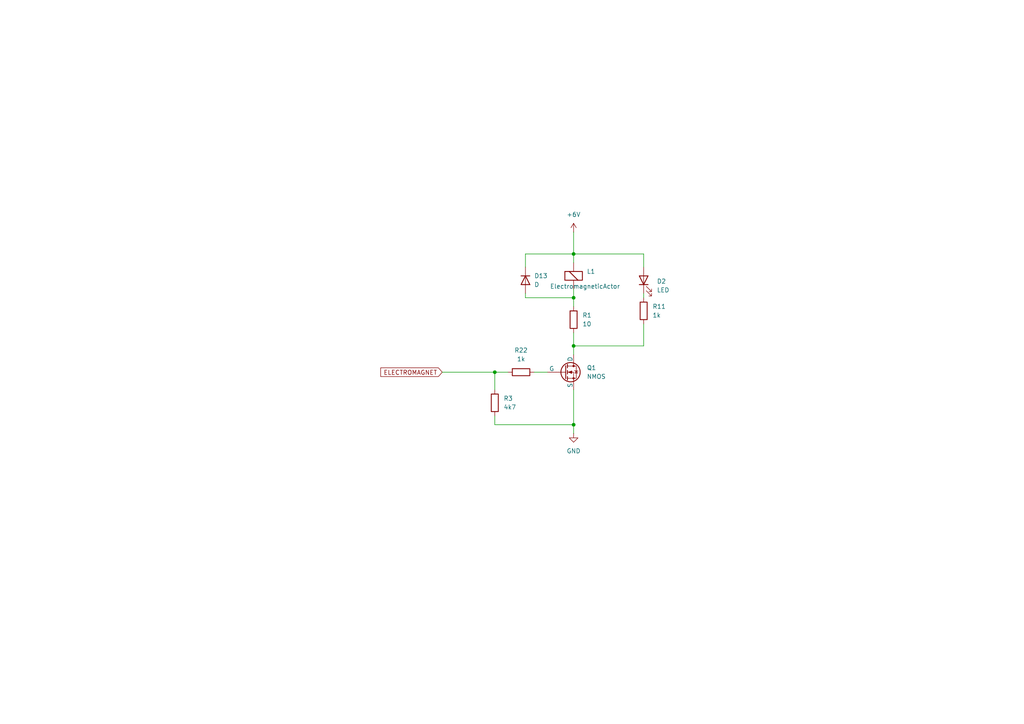
<source format=kicad_sch>
(kicad_sch (version 20231120) (generator "eeschema") (generator_version "8.0")
  (paper "A4")
  (title_block (title "On-board Controller") (date "2024-07-16") (rev "1"))
  (lib_symbols
    (symbol "Device:D" (pin_numbers hide) (pin_names (offset 1.016) hide)
      (property "Reference" "D" (at 0 2.54 0))
      (property "Value" "D" (at 0 -2.54 0))
      (symbol "D_0_1"
        (polyline (pts (xy -1.27 1.27) (xy -1.27 -1.27)) (stroke (width 0.254)))
        (polyline (pts (xy 1.27 0) (xy -1.27 0)))
        (polyline (pts (xy 1.27 1.27) (xy 1.27 -1.27) (xy -1.27 0) (xy 1.27 1.27)) (stroke (width 0.254)))
      )
      (symbol "D_1_1"
        (pin passive line (at -3.81 0 0) (length 2.54) (name "K") (number "1"))
        (pin passive line (at 3.81 0 180) (length 2.54) (name "A") (number "2"))
      )
    )
    (symbol "Device:ElectromagneticActor" (pin_numbers hide) (pin_names (offset 0.0254) hide)
      (property "Reference" "L" (at 1.27 3.81 0))
      (property "Value" "ElectromagneticActor" (at 1.27 -1.27 0))
      (symbol "ElectromagneticActor_0_1"
        (rectangle (start -2.54 2.54) (end 2.54 0) (stroke (width 0.254)))
        (polyline (pts (xy -1.27 2.54) (xy 1.27 0)) (stroke (width 0.254)))
      )
      (symbol "ElectromagneticActor_1_1"
        (pin passive line (at 0 5.08 270) (length 2.54) (name "-") (number "1"))
        (pin passive line (at 0 -2.54 90) (length 2.54) (name "+") (number "2"))
      )
    )
    (symbol "Device:LED" (pin_numbers hide) (pin_names (offset 1.016) hide)
      (property "Reference" "D" (at 0 2.54 0))
      (property "Value" "LED" (at 0 -2.54 0))
      (symbol "LED_0_1"
        (polyline (pts (xy -1.27 -1.27) (xy -1.27 1.27)) (stroke (width 0.254)))
        (polyline (pts (xy -1.27 0) (xy 1.27 0)))
        (polyline (pts (xy 1.27 -1.27) (xy 1.27 1.27) (xy -1.27 0) (xy 1.27 -1.27)) (stroke (width 0.254)))
        (polyline (pts (xy -3.048 -0.762) (xy -4.572 -2.286) (xy -3.81 -2.286) (xy -4.572 -2.286) (xy -4.572 -1.524)))
        (polyline (pts (xy -1.778 -0.762) (xy -3.302 -2.286) (xy -2.54 -2.286) (xy -3.302 -2.286) (xy -3.302 -1.524)))
      )
      (symbol "LED_1_1"
        (pin passive line (at -3.81 0 0) (length 2.54) (name "K") (number "1"))
        (pin passive line (at 3.81 0 180) (length 2.54) (name "A") (number "2"))
      )
    )
    (symbol "Device:R" (pin_numbers hide) (pin_names (offset 0))
      (property "Reference" "R" (at 2.032 0 90))
      (property "Value" "R" (at 0 0 90))
      (symbol "R_0_1"
        (rectangle (start -1.016 -2.54) (end 1.016 2.54) (stroke (width 0.254)))
      )
      (symbol "R_1_1"
        (pin passive line (at 0 3.81 270) (length 1.27) (name "~") (number "1"))
        (pin passive line (at 0 -3.81 90) (length 1.27) (name "~") (number "2"))
      )
    )
    (symbol "Simulation_SPICE:NMOS" (pin_numbers hide) (pin_names (offset 0))
      (property "Reference" "Q" (at 5.08 1.27 0))
      (property "Value" "NMOS" (at 5.08 -1.27 0))
      (symbol "NMOS_0_1"
        (polyline (pts (xy 0.254 0) (xy -2.54 0)))
        (polyline (pts (xy 0.254 1.905) (xy 0.254 -1.905)) (stroke (width 0.254)))
        (polyline (pts (xy 0.762 -1.27) (xy 0.762 -2.286)) (stroke (width 0.254)))
        (polyline (pts (xy 0.762 0.508) (xy 0.762 -0.508)) (stroke (width 0.254)))
        (polyline (pts (xy 0.762 2.286) (xy 0.762 1.27)) (stroke (width 0.254)))
        (polyline (pts (xy 2.54 2.54) (xy 2.54 1.778)))
        (polyline (pts (xy 2.54 -2.54) (xy 2.54 0) (xy 0.762 0)))
        (polyline (pts (xy 0.762 -1.778) (xy 3.302 -1.778) (xy 3.302 1.778) (xy 0.762 1.778)))
        (polyline (pts (xy 1.016 0) (xy 2.032 0.381) (xy 2.032 -0.381) (xy 1.016 0)) (fill (type outline)))
        (polyline (pts (xy 2.794 0.508) (xy 2.921 0.381) (xy 3.683 0.381) (xy 3.81 0.254)))
        (polyline (pts (xy 3.302 0.381) (xy 2.921 -0.254) (xy 3.683 -0.254) (xy 3.302 0.381)))
        (circle (center 1.651 0) (radius 2.794) (stroke (width 0.254)))
        (circle (center 2.54 -1.778) (radius 0.254) (fill (type outline)))
        (circle (center 2.54 1.778) (radius 0.254) (fill (type outline)))
      )
      (symbol "NMOS_1_1"
        (pin passive line (at 2.54 5.08 270) (length 2.54) (name "D") (number "1"))
        (pin input line (at -5.08 0 0) (length 2.54) (name "G") (number "2"))
        (pin passive line (at 2.54 -5.08 90) (length 2.54) (name "S") (number "3"))
      )
    )
    (symbol "power:+6V" (power) (pin_numbers hide) (pin_names (offset 0) hide)
      (property "Value" "+6V" (at 0 3.556 0))
      (symbol "+6V_0_1"
        (polyline (pts (xy -0.762 1.27) (xy 0 2.54)))
        (polyline (pts (xy 0 0) (xy 0 2.54)))
        (polyline (pts (xy 0 2.54) (xy 0.762 1.27)))
      )
      (symbol "+6V_1_1"
        (pin power_in line (at 0 0 90) (length 0) (name "~") (number "1"))
      )
    )
    (symbol "power:GND" (power) (pin_numbers hide) (pin_names (offset 0) hide)
      (property "Value" "GND" (at 0 -3.81 0))
      (symbol "GND_0_1"
        (polyline (pts (xy 0 0) (xy 0 -1.27) (xy 1.27 -1.27) (xy 0 -2.54) (xy -1.27 -1.27) (xy 0 -1.27)))
      )
      (symbol "GND_1_1"
        (pin power_in line (at 0 0 270) (length 0) (name "~") (number "1"))
      )
    )
  )
  (junction (at 143.51 107.95))
  (junction (at 166.37 123.19))
  (junction (at 166.37 86.36))
  (junction (at 166.37 73.66))
  (junction (at 166.37 100.33))
  (wire (pts (xy 186.69 85.09) (xy 186.69 86.36)))
  (wire (pts (xy 128.27 107.95) (xy 143.51 107.95)))
  (wire (pts (xy 143.51 120.65) (xy 143.51 123.19)))
  (wire (pts (xy 166.37 67.31) (xy 166.37 73.66)))
  (wire (pts (xy 154.94 107.95) (xy 158.75 107.95)))
  (wire (pts (xy 152.4 73.66) (xy 166.37 73.66)))
  (wire (pts (xy 186.69 73.66) (xy 186.69 77.47)))
  (wire (pts (xy 143.51 107.95) (xy 147.32 107.95)))
  (wire (pts (xy 166.37 86.36) (xy 166.37 88.9)))
  (wire (pts (xy 152.4 77.47) (xy 152.4 73.66)))
  (wire (pts (xy 166.37 83.82) (xy 166.37 86.36)))
  (wire (pts (xy 143.51 107.95) (xy 143.51 113.03)))
  (wire (pts (xy 186.69 93.98) (xy 186.69 100.33)))
  (wire (pts (xy 166.37 86.36) (xy 152.4 86.36)))
  (wire (pts (xy 166.37 73.66) (xy 166.37 76.2)))
  (wire (pts (xy 166.37 73.66) (xy 186.69 73.66)))
  (wire (pts (xy 166.37 100.33) (xy 186.69 100.33)))
  (wire (pts (xy 152.4 86.36) (xy 152.4 85.09)))
  (wire (pts (xy 166.37 100.33) (xy 166.37 102.87)))
  (wire (pts (xy 166.37 96.52) (xy 166.37 100.33)))
  (wire (pts (xy 143.51 123.19) (xy 166.37 123.19)))
  (wire (pts (xy 166.37 123.19) (xy 166.37 125.73)))
  (wire (pts (xy 166.37 113.03) (xy 166.37 123.19)))
  (global_label "ELECTROMAGNET" (shape input) (at 128.27 107.95 180) (property "Intersheetrefs" "${INTERSHEET_REFS}" (effects (hide yes))))
  (symbol (lib_id "power:GND") (at 166.37 125.73 0) (unit 1)
    (property "Reference" "#PWR018" (effects (hide yes)))
    (property "Value" "GND" (at 166.37 130.81 0))
    (property "Description" "Power symbol creates a global label with name \"GND\" , ground" (effects (hide yes)))
  )
  (symbol (lib_id "Simulation_SPICE:NMOS") (at 163.83 107.95 0) (unit 1)
    (property "Reference" "Q1" (at 170.18 106.6799 0) (effects (justify left)))
    (property "Value" "NMOS" (at 170.18 109.2199 0) (effects (justify left)))
    (property "Footprint" "Package_TO_SOT_THT:TO-92_Inline" (effects (hide yes)))
    (property "Datasheet" "https://ngspice.sourceforge.io/docs/ngspice-html-manual/manual.xhtml#cha_MOSFETs" (effects (hide yes)))
    (property "Description" "N-MOSFET transistor, drain/source/gate" (effects (hide yes)))
    (property "Sim.Device" "NMOS" (effects (hide yes)))
    (property "Sim.Type" "VDMOS" (effects (hide yes)))
    (property "Sim.Pins" "1=D 2=G 3=S" (effects (hide yes)))
  )
  (symbol (lib_id "Device:R") (at 151.13 107.95 90) (unit 1)
    (property "Reference" "R22" (at 151.13 101.6 90))
    (property "Value" "1k" (at 151.13 104.14 90))
    (property "Footprint" "Resistor_SMD:R_0805_2012Metric_Pad1.20x1.40mm_HandSolder" (effects (hide yes)))
    (property "Description" "Resistor" (effects (hide yes)))
  )
  (symbol (lib_id "power:+6V") (at 166.37 67.31 0) (unit 1)
    (property "Reference" "#PWR020" (effects (hide yes)))
    (property "Value" "+6V" (at 166.37 62.23 0))
    (property "Description" "Power symbol creates a global label with name \"+6V\"" (effects (hide yes)))
  )
  (symbol (lib_id "Device:LED") (at 186.69 81.28 90) (unit 1)
    (property "Reference" "D2" (at 190.5 81.5974 90) (effects (justify right)))
    (property "Value" "LED" (at 190.5 84.1374 90) (effects (justify right)))
    (property "Footprint" "LED_SMD:LED_0805_2012Metric_Pad1.15x1.40mm_HandSolder" (effects (hide yes)))
    (property "Description" "Light emitting diode" (effects (hide yes)))
  )
  (symbol (lib_id "Device:R") (at 143.51 116.84 0) (unit 1)
    (property "Reference" "R3" (at 146.05 115.5699 0) (effects (justify left)))
    (property "Value" "4k7" (at 146.05 118.1099 0) (effects (justify left)))
    (property "Footprint" "Resistor_SMD:R_0805_2012Metric_Pad1.20x1.40mm_HandSolder" (effects (hide yes)))
    (property "Description" "Resistor" (effects (hide yes)))
  )
  (symbol (lib_id "Device:R") (at 166.37 92.71 0) (unit 1)
    (property "Reference" "R1" (at 168.91 91.4399 0) (effects (justify left)))
    (property "Value" "10" (at 168.91 93.9799 0) (effects (justify left)))
    (property "Footprint" "Resistor_SMD:R_0805_2012Metric_Pad1.20x1.40mm_HandSolder" (effects (hide yes)))
    (property "Description" "Resistor" (effects (hide yes)))
  )
  (symbol (lib_id "Device:D") (at 152.4 81.28 270) (unit 1)
    (property "Reference" "D13" (at 154.94 80.0099 90) (effects (justify left)))
    (property "Value" "D" (at 154.94 82.5499 90) (effects (justify left)))
    (property "Footprint" "Diode_THT:D_A-405_P7.62mm_Horizontal" (effects (hide yes)))
    (property "Description" "Diode" (effects (hide yes)))
    (property "Sim.Device" "D" (effects (hide yes)))
    (property "Sim.Pins" "1=K 2=A" (effects (hide yes)))
  )
  (symbol (lib_id "Device:R") (at 186.69 90.17 0) (unit 1)
    (property "Reference" "R11" (at 189.23 88.8999 0) (effects (justify left)))
    (property "Value" "1k" (at 189.23 91.4399 0) (effects (justify left)))
    (property "Footprint" "Resistor_SMD:R_0805_2012Metric_Pad1.20x1.40mm_HandSolder" (effects (hide yes)))
    (property "Description" "Resistor" (effects (hide yes)))
  )
  (symbol (lib_id "Device:ElectromagneticActor") (at 166.37 81.28 0) (unit 1)
    (property "Reference" "L1" (at 170.18 78.7399 0) (effects (justify left)))
    (property "Value" "ElectromagneticActor" (at 159.512 83.058 0) (effects (justify left)))
    (property "Footprint" "TerminalBlock:TerminalBlock_Xinya_XY308-2.54-2P_1x02_P2.54mm_Horizontal" (effects (hide yes)))
    (property "Description" "Electromagnetic actor" (effects (hide yes)))
  )
)
</source>
